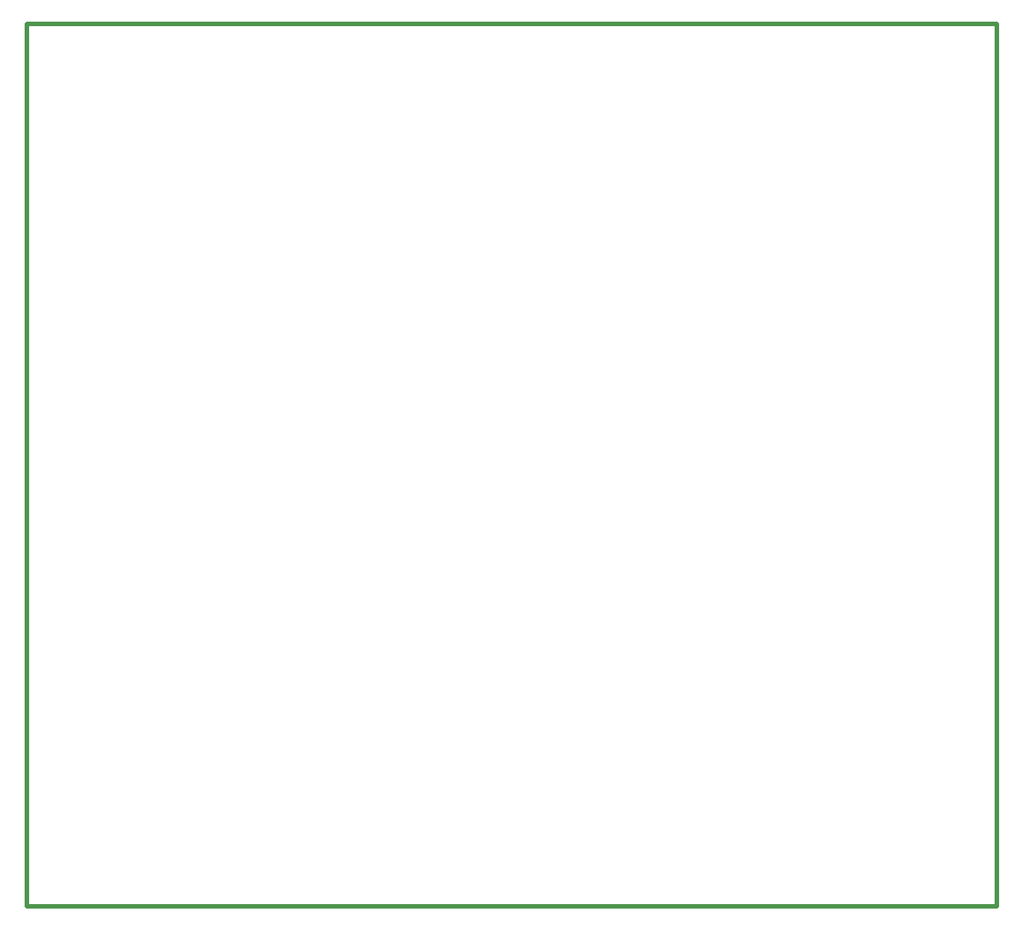
<source format=gbr>
G04 #@! TF.GenerationSoftware,KiCad,Pcbnew,(5.0.0)*
G04 #@! TF.CreationDate,2020-04-22T19:32:50+02:00*
G04 #@! TF.ProjectId,BE_Amplificateur_Audio,42455F416D706C696669636174657572,V0*
G04 #@! TF.SameCoordinates,Original*
G04 #@! TF.FileFunction,Profile,NP*
%FSLAX46Y46*%
G04 Gerber Fmt 4.6, Leading zero omitted, Abs format (unit mm)*
G04 Created by KiCad (PCBNEW (5.0.0)) date 04/22/20 19:32:50*
%MOMM*%
%LPD*%
G01*
G04 APERTURE LIST*
%ADD10C,0.500000*%
G04 APERTURE END LIST*
D10*
X27863800Y-22199600D02*
X27863800Y-122199600D01*
X27863800Y-122199600D02*
X137863800Y-122199600D01*
X137863800Y-22199600D02*
X137863800Y-122199600D01*
X27863800Y-22199600D02*
X137863800Y-22199600D01*
M02*

</source>
